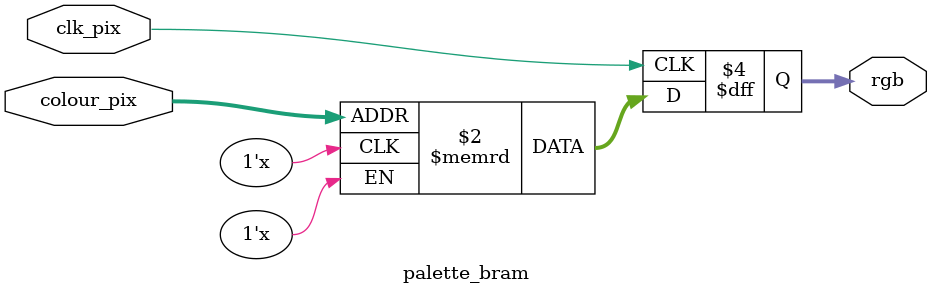
<source format=sv>

`default_nettype none
`timescale 1ns / 1ps

module palette_bram #(parameter FILENAME="") (
  input  logic        clk_pix,
  input  logic [8:0]  colour_pix,
  output logic [23:0] rgb
);

  reg [23:0] rom[0:511];

  initial begin
    if (FILENAME!="")
      $readmemh(FILENAME, rom);
  end

  always @(posedge clk_pix) begin
    rgb <= rom[colour_pix];
  end

endmodule

</source>
